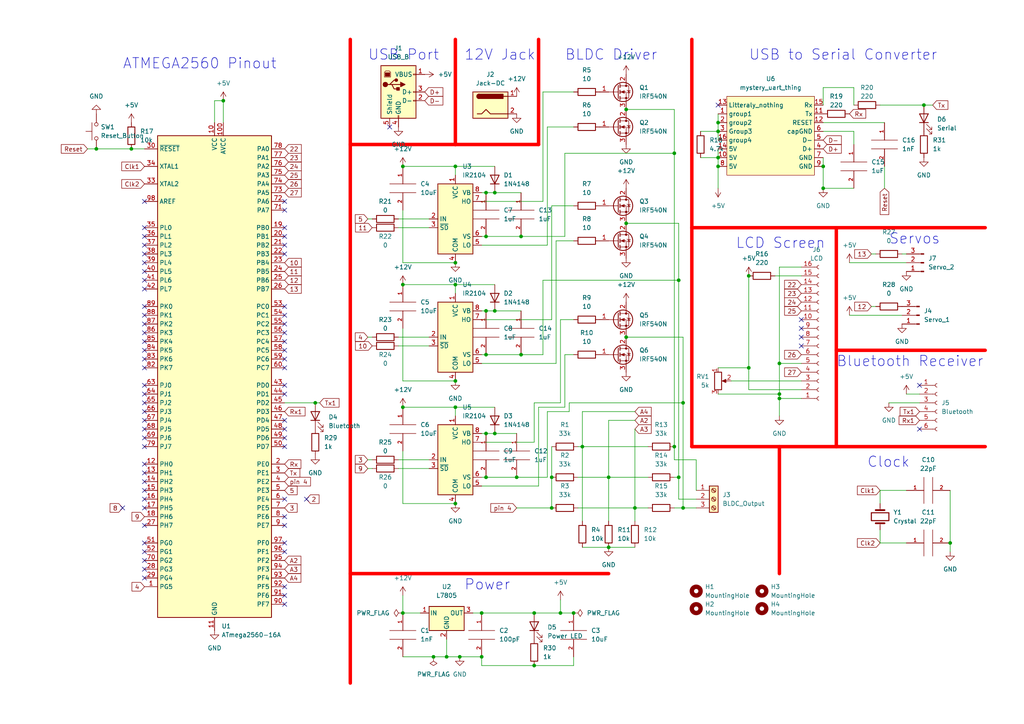
<source format=kicad_sch>
(kicad_sch (version 20211123) (generator eeschema)
  (paper "A4")
  (junction (at 208.28 38.1))
  (junction (at 132.08 82.55))
  (junction (at 154.94 193.04))
  (junction (at 181.61 31.75))
  (junction (at 196.85 138.43))
  (junction (at 27.94 43.18))
  (junction (at 132.08 48.26))
  (junction (at 140.97 102.87))
  (junction (at 160.02 138.43))
  (junction (at 181.61 97.79))
  (junction (at 208.28 35.56))
  (junction (at 143.51 125.73))
  (junction (at 198.12 116.84))
  (junction (at 226.06 115.57))
  (junction (at 64.77 29.21))
  (junction (at 198.12 147.32))
  (junction (at 140.97 68.58))
  (junction (at 129.54 190.5))
  (junction (at 143.51 90.17))
  (junction (at 151.13 102.87))
  (junction (at 116.84 48.26))
  (junction (at 116.84 82.55))
  (junction (at 176.53 158.75))
  (junction (at 160.02 147.32))
  (junction (at 176.53 138.43))
  (junction (at 217.17 80.01))
  (junction (at 226.06 105.41))
  (junction (at 132.08 110.49))
  (junction (at 91.44 116.84))
  (junction (at 168.91 129.54))
  (junction (at 125.73 190.5))
  (junction (at 139.7 177.8))
  (junction (at 133.35 190.5))
  (junction (at 238.76 54.61))
  (junction (at 162.56 177.8))
  (junction (at 132.08 76.2))
  (junction (at 38.1 43.18))
  (junction (at 132.08 146.05))
  (junction (at 226.06 114.3))
  (junction (at 208.28 45.72))
  (junction (at 140.97 138.43))
  (junction (at 184.15 147.32))
  (junction (at 267.97 30.48))
  (junction (at 195.58 129.54))
  (junction (at 275.59 157.48))
  (junction (at 140.97 90.17))
  (junction (at 140.97 55.88))
  (junction (at 195.58 44.45))
  (junction (at 132.08 118.11))
  (junction (at 217.17 106.68))
  (junction (at 196.85 81.28))
  (junction (at 154.94 177.8))
  (junction (at 140.97 125.73))
  (junction (at 151.13 68.58))
  (junction (at 143.51 55.88))
  (junction (at 181.61 64.77))
  (junction (at 139.7 190.5))
  (junction (at 238.76 48.26))
  (junction (at 208.28 48.26))
  (junction (at 166.37 177.8))
  (junction (at 149.86 138.43))
  (junction (at 116.84 118.11))
  (junction (at 116.84 177.8))
  (no_connect (at 41.91 152.4))
  (no_connect (at 208.28 30.48))
  (no_connect (at 41.91 88.9))
  (no_connect (at 82.55 96.52))
  (no_connect (at 82.55 121.92))
  (no_connect (at 41.91 147.32))
  (no_connect (at 35.56 147.32))
  (no_connect (at 41.91 139.7))
  (no_connect (at 41.91 93.98))
  (no_connect (at 41.91 144.78))
  (no_connect (at 41.91 104.14))
  (no_connect (at 41.91 101.6))
  (no_connect (at 82.55 157.48))
  (no_connect (at 82.55 111.76))
  (no_connect (at 82.55 73.66))
  (no_connect (at 82.55 172.72))
  (no_connect (at 82.55 149.86))
  (no_connect (at 41.91 96.52))
  (no_connect (at 82.55 93.98))
  (no_connect (at 266.7 124.46))
  (no_connect (at 266.7 111.76))
  (no_connect (at 41.91 106.68))
  (no_connect (at 41.91 162.56))
  (no_connect (at 41.91 160.02))
  (no_connect (at 41.91 83.82))
  (no_connect (at 82.55 106.68))
  (no_connect (at 82.55 114.3))
  (no_connect (at 41.91 76.2))
  (no_connect (at 41.91 78.74))
  (no_connect (at 41.91 121.92))
  (no_connect (at 41.91 91.44))
  (no_connect (at 82.55 170.18))
  (no_connect (at 41.91 137.16))
  (no_connect (at 41.91 111.76))
  (no_connect (at 41.91 165.1))
  (no_connect (at 41.91 73.66))
  (no_connect (at 41.91 124.46))
  (no_connect (at 82.55 124.46))
  (no_connect (at 41.91 71.12))
  (no_connect (at 82.55 152.4))
  (no_connect (at 82.55 88.9))
  (no_connect (at 88.9 144.78))
  (no_connect (at 82.55 68.58))
  (no_connect (at 82.55 99.06))
  (no_connect (at 41.91 58.42))
  (no_connect (at 82.55 127))
  (no_connect (at 41.91 81.28))
  (no_connect (at 82.55 101.6))
  (no_connect (at 113.03 36.83))
  (no_connect (at 41.91 119.38))
  (no_connect (at 41.91 66.04))
  (no_connect (at 41.91 157.48))
  (no_connect (at 82.55 71.12))
  (no_connect (at 82.55 175.26))
  (no_connect (at 82.55 58.42))
  (no_connect (at 41.91 68.58))
  (no_connect (at 82.55 160.02))
  (no_connect (at 232.41 95.25))
  (no_connect (at 232.41 92.71))
  (no_connect (at 232.41 100.33))
  (no_connect (at 232.41 97.79))
  (no_connect (at 82.55 144.78))
  (no_connect (at 82.55 66.04))
  (no_connect (at 41.91 129.54))
  (no_connect (at 82.55 129.54))
  (no_connect (at 41.91 167.64))
  (no_connect (at 82.55 91.44))
  (no_connect (at 41.91 127))
  (no_connect (at 82.55 60.96))
  (no_connect (at 41.91 134.62))
  (no_connect (at 41.91 116.84))
  (no_connect (at 41.91 142.24))
  (no_connect (at 41.91 99.06))
  (no_connect (at 41.91 114.3))
  (no_connect (at 82.55 104.14))
  (wire (pts (xy 226.06 77.47) (xy 232.41 77.47)))
  (wire (pts (xy 252.73 73.66) (xy 254 73.66)))
  (wire (pts (xy 106.68 63.5) (xy 107.95 63.5)))
  (wire (pts (xy 115.57 97.79) (xy 124.46 97.79)))
  (wire (pts (xy 208.28 43.18) (xy 208.28 45.72)))
  (wire (pts (xy 167.64 138.43) (xy 176.53 138.43)))
  (wire (pts (xy 196.85 64.77) (xy 196.85 81.28)))
  (wire (pts (xy 163.83 44.45) (xy 163.83 68.58)))
  (wire (pts (xy 166.37 92.71) (xy 162.56 92.71)))
  (wire (pts (xy 226.06 115.57) (xy 232.41 115.57)))
  (wire (pts (xy 208.28 35.56) (xy 208.28 38.1)))
  (wire (pts (xy 143.51 118.11) (xy 132.08 118.11)))
  (wire (pts (xy 143.51 55.88) (xy 151.13 55.88)))
  (wire (pts (xy 195.58 129.54) (xy 195.58 44.45)))
  (wire (pts (xy 116.84 130.81) (xy 116.84 146.05)))
  (wire (pts (xy 246.38 91.44) (xy 261.62 91.44)))
  (wire (pts (xy 201.93 144.78) (xy 196.85 144.78)))
  (wire (pts (xy 140.97 138.43) (xy 149.86 138.43)))
  (wire (pts (xy 149.86 147.32) (xy 160.02 147.32)))
  (wire (pts (xy 162.56 116.84) (xy 154.94 116.84)))
  (wire (pts (xy 115.57 63.5) (xy 124.46 63.5)))
  (wire (pts (xy 212.09 110.49) (xy 232.41 110.49)))
  (wire (pts (xy 139.7 71.12) (xy 158.75 71.12)))
  (wire (pts (xy 247.65 38.1) (xy 247.65 41.91)))
  (wire (pts (xy 195.58 44.45) (xy 163.83 44.45)))
  (wire (pts (xy 267.97 30.48) (xy 255.27 30.48)))
  (wire (pts (xy 238.76 45.72) (xy 238.76 48.26)))
  (wire (pts (xy 184.15 147.32) (xy 187.96 147.32)))
  (wire (pts (xy 168.91 119.38) (xy 184.15 119.38)))
  (wire (pts (xy 270.51 30.48) (xy 267.97 30.48)))
  (wire (pts (xy 157.48 26.67) (xy 166.37 26.67)))
  (wire (pts (xy 208.28 45.72) (xy 208.28 48.26)))
  (wire (pts (xy 226.06 115.57) (xy 226.06 114.3)))
  (wire (pts (xy 176.53 138.43) (xy 176.53 121.92)))
  (wire (pts (xy 166.37 69.85) (xy 161.29 69.85)))
  (wire (pts (xy 116.84 82.55) (xy 132.08 82.55)))
  (wire (pts (xy 163.83 102.87) (xy 166.37 102.87)))
  (wire (pts (xy 116.84 110.49) (xy 132.08 110.49)))
  (wire (pts (xy 254 88.9) (xy 252.73 88.9)))
  (wire (pts (xy 181.61 64.77) (xy 196.85 64.77)))
  (wire (pts (xy 165.1 119.38) (xy 165.1 116.84)))
  (wire (pts (xy 139.7 138.43) (xy 140.97 138.43)))
  (wire (pts (xy 115.57 135.89) (xy 124.46 135.89)))
  (wire (pts (xy 27.94 43.18) (xy 38.1 43.18)))
  (wire (pts (xy 167.64 129.54) (xy 168.91 129.54)))
  (wire (pts (xy 64.77 35.56) (xy 64.77 29.21)))
  (wire (pts (xy 132.08 82.55) (xy 132.08 85.09)))
  (wire (pts (xy 116.84 76.2) (xy 132.08 76.2)))
  (wire (pts (xy 226.06 105.41) (xy 226.06 77.47)))
  (wire (pts (xy 238.76 38.1) (xy 247.65 38.1)))
  (wire (pts (xy 163.83 118.11) (xy 163.83 102.87)))
  (wire (pts (xy 217.17 113.03) (xy 217.17 106.68)))
  (wire (pts (xy 168.91 158.75) (xy 176.53 158.75)))
  (polyline (pts (xy 101.6 11.43) (xy 101.6 198.12)) (stroke (width 1) (type solid) (color 255 0 0 1)))
  (wire (pts (xy 262.89 114.3) (xy 266.7 114.3)))
  (wire (pts (xy 163.83 68.58) (xy 151.13 68.58)))
  (wire (pts (xy 106.68 133.35) (xy 107.95 133.35)))
  (wire (pts (xy 275.59 157.48) (xy 275.59 160.02)))
  (wire (pts (xy 167.64 147.32) (xy 184.15 147.32)))
  (wire (pts (xy 154.94 128.27) (xy 139.7 128.27)))
  (wire (pts (xy 208.28 38.1) (xy 208.28 40.64)))
  (polyline (pts (xy 200.66 11.43) (xy 200.66 129.54)) (stroke (width 1) (type solid) (color 255 0 0 1)))
  (wire (pts (xy 162.56 92.71) (xy 162.56 116.84)))
  (wire (pts (xy 158.75 138.43) (xy 158.75 119.38)))
  (wire (pts (xy 226.06 114.3) (xy 226.06 105.41)))
  (wire (pts (xy 184.15 147.32) (xy 184.15 151.13)))
  (wire (pts (xy 275.59 142.24) (xy 275.59 157.48)))
  (wire (pts (xy 143.51 125.73) (xy 149.86 125.73)))
  (wire (pts (xy 143.51 48.26) (xy 132.08 48.26)))
  (wire (pts (xy 157.48 81.28) (xy 196.85 81.28)))
  (wire (pts (xy 198.12 116.84) (xy 198.12 147.32)))
  (wire (pts (xy 176.53 138.43) (xy 187.96 138.43)))
  (wire (pts (xy 116.84 190.5) (xy 125.73 190.5)))
  (wire (pts (xy 226.06 120.65) (xy 226.06 115.57)))
  (wire (pts (xy 139.7 193.04) (xy 139.7 190.5)))
  (wire (pts (xy 151.13 102.87) (xy 157.48 102.87)))
  (wire (pts (xy 116.84 118.11) (xy 132.08 118.11)))
  (wire (pts (xy 64.77 29.21) (xy 62.23 29.21)))
  (polyline (pts (xy 226.06 129.54) (xy 226.06 166.37)) (stroke (width 1) (type solid) (color 255 0 0 1)))
  (wire (pts (xy 196.85 144.78) (xy 196.85 138.43)))
  (wire (pts (xy 106.68 97.79) (xy 107.95 97.79)))
  (wire (pts (xy 106.68 135.89) (xy 107.95 135.89)))
  (wire (pts (xy 154.94 116.84) (xy 154.94 128.27)))
  (polyline (pts (xy 242.57 101.6) (xy 285.75 101.6)) (stroke (width 1) (type solid) (color 255 0 0 1)))
  (wire (pts (xy 139.7 68.58) (xy 140.97 68.58)))
  (wire (pts (xy 161.29 69.85) (xy 161.29 105.41)))
  (wire (pts (xy 238.76 48.26) (xy 238.76 54.61)))
  (wire (pts (xy 157.48 102.87) (xy 157.48 81.28)))
  (wire (pts (xy 198.12 147.32) (xy 195.58 147.32)))
  (wire (pts (xy 143.51 82.55) (xy 132.08 82.55)))
  (wire (pts (xy 161.29 105.41) (xy 139.7 105.41)))
  (wire (pts (xy 140.97 90.17) (xy 143.51 90.17)))
  (wire (pts (xy 262.89 157.48) (xy 255.27 157.48)))
  (wire (pts (xy 208.28 48.26) (xy 208.28 54.61)))
  (wire (pts (xy 195.58 44.45) (xy 195.58 31.75)))
  (wire (pts (xy 257.81 116.84) (xy 266.7 116.84)))
  (wire (pts (xy 160.02 59.69) (xy 160.02 92.71)))
  (wire (pts (xy 261.62 73.66) (xy 262.89 73.66)))
  (wire (pts (xy 132.08 48.26) (xy 132.08 50.8)))
  (wire (pts (xy 201.93 142.24) (xy 201.93 133.35)))
  (wire (pts (xy 208.28 33.02) (xy 208.28 35.56)))
  (wire (pts (xy 116.84 177.8) (xy 116.84 172.72)))
  (wire (pts (xy 162.56 173.99) (xy 162.56 177.8)))
  (wire (pts (xy 116.84 60.96) (xy 116.84 76.2)))
  (wire (pts (xy 139.7 102.87) (xy 140.97 102.87)))
  (wire (pts (xy 139.7 177.8) (xy 137.16 177.8)))
  (wire (pts (xy 38.1 43.18) (xy 41.91 43.18)))
  (wire (pts (xy 168.91 129.54) (xy 187.96 129.54)))
  (wire (pts (xy 246.38 76.2) (xy 262.89 76.2)))
  (wire (pts (xy 176.53 121.92) (xy 184.15 121.92)))
  (wire (pts (xy 262.89 142.24) (xy 255.27 142.24)))
  (wire (pts (xy 196.85 81.28) (xy 196.85 138.43)))
  (polyline (pts (xy 101.6 41.91) (xy 132.08 41.91)) (stroke (width 1) (type solid) (color 255 0 0 1)))
  (wire (pts (xy 132.08 118.11) (xy 132.08 120.65)))
  (wire (pts (xy 116.84 146.05) (xy 132.08 146.05)))
  (wire (pts (xy 224.79 80.01) (xy 232.41 80.01)))
  (wire (pts (xy 139.7 193.04) (xy 154.94 193.04)))
  (wire (pts (xy 154.94 177.8) (xy 162.56 177.8)))
  (wire (pts (xy 198.12 97.79) (xy 198.12 116.84)))
  (wire (pts (xy 201.93 133.35) (xy 195.58 133.35)))
  (wire (pts (xy 176.53 158.75) (xy 184.15 158.75)))
  (polyline (pts (xy 101.6 166.37) (xy 176.53 166.37)) (stroke (width 1) (type solid) (color 255 0 0 1)))
  (wire (pts (xy 238.76 54.61) (xy 247.65 54.61)))
  (wire (pts (xy 198.12 147.32) (xy 201.93 147.32)))
  (polyline (pts (xy 242.57 66.04) (xy 242.57 129.54)) (stroke (width 1) (type solid) (color 255 0 0 1)))
  (wire (pts (xy 154.94 193.04) (xy 166.37 193.04)))
  (wire (pts (xy 195.58 133.35) (xy 195.58 129.54)))
  (wire (pts (xy 217.17 106.68) (xy 217.17 80.01)))
  (wire (pts (xy 226.06 105.41) (xy 232.41 105.41)))
  (wire (pts (xy 139.7 58.42) (xy 157.48 58.42)))
  (wire (pts (xy 139.7 55.88) (xy 140.97 55.88)))
  (wire (pts (xy 238.76 35.56) (xy 256.54 35.56)))
  (wire (pts (xy 139.7 90.17) (xy 140.97 90.17)))
  (wire (pts (xy 160.02 129.54) (xy 160.02 138.43)))
  (wire (pts (xy 149.86 138.43) (xy 158.75 138.43)))
  (wire (pts (xy 208.28 106.68) (xy 217.17 106.68)))
  (wire (pts (xy 115.57 133.35) (xy 124.46 133.35)))
  (polyline (pts (xy 156.21 11.43) (xy 156.21 41.91)) (stroke (width 1) (type solid) (color 255 0 0 1)))
  (polyline (pts (xy 200.66 129.54) (xy 285.75 129.54)) (stroke (width 1) (type solid) (color 255 0 0 1)))
  (wire (pts (xy 25.4 43.18) (xy 27.94 43.18)))
  (wire (pts (xy 208.28 114.3) (xy 226.06 114.3)))
  (wire (pts (xy 158.75 119.38) (xy 165.1 119.38)))
  (polyline (pts (xy 200.66 66.04) (xy 285.75 66.04)) (stroke (width 1) (type solid) (color 255 0 0 1)))
  (wire (pts (xy 91.44 116.84) (xy 82.55 116.84)))
  (wire (pts (xy 166.37 193.04) (xy 166.37 190.5)))
  (wire (pts (xy 232.41 113.03) (xy 217.17 113.03)))
  (polyline (pts (xy 132.08 11.43) (xy 132.08 41.91)) (stroke (width 1) (type solid) (color 255 0 0 1)))
  (wire (pts (xy 168.91 129.54) (xy 168.91 151.13)))
  (wire (pts (xy 116.84 95.25) (xy 116.84 110.49)))
  (wire (pts (xy 176.53 138.43) (xy 176.53 151.13)))
  (wire (pts (xy 116.84 177.8) (xy 121.92 177.8)))
  (wire (pts (xy 156.21 118.11) (xy 163.83 118.11)))
  (wire (pts (xy 168.91 129.54) (xy 168.91 119.38)))
  (wire (pts (xy 158.75 36.83) (xy 166.37 36.83)))
  (wire (pts (xy 140.97 102.87) (xy 151.13 102.87)))
  (wire (pts (xy 247.65 25.4) (xy 238.76 25.4)))
  (wire (pts (xy 140.97 55.88) (xy 143.51 55.88)))
  (wire (pts (xy 116.84 48.26) (xy 132.08 48.26)))
  (wire (pts (xy 62.23 29.21) (xy 62.23 35.56)))
  (wire (pts (xy 203.2 45.72) (xy 208.28 45.72)))
  (wire (pts (xy 247.65 25.4) (xy 247.65 30.48)))
  (wire (pts (xy 166.37 177.8) (xy 162.56 177.8)))
  (wire (pts (xy 125.73 190.5) (xy 129.54 190.5)))
  (wire (pts (xy 181.61 97.79) (xy 198.12 97.79)))
  (wire (pts (xy 184.15 124.46) (xy 184.15 147.32)))
  (wire (pts (xy 181.61 31.75) (xy 195.58 31.75)))
  (wire (pts (xy 139.7 140.97) (xy 156.21 140.97)))
  (wire (pts (xy 143.51 90.17) (xy 151.13 90.17)))
  (wire (pts (xy 156.21 140.97) (xy 156.21 118.11)))
  (wire (pts (xy 129.54 190.5) (xy 133.35 190.5)))
  (wire (pts (xy 255.27 142.24) (xy 255.27 146.05)))
  (wire (pts (xy 158.75 36.83) (xy 158.75 71.12)))
  (wire (pts (xy 92.71 116.84) (xy 91.44 116.84)))
  (wire (pts (xy 166.37 59.69) (xy 160.02 59.69)))
  (wire (pts (xy 165.1 116.84) (xy 198.12 116.84)))
  (wire (pts (xy 133.35 190.5) (xy 139.7 190.5)))
  (wire (pts (xy 129.54 185.42) (xy 129.54 190.5)))
  (polyline (pts (xy 132.08 41.91) (xy 156.21 41.91)) (stroke (width 1) (type solid) (color 255 0 0 1)))
  (wire (pts (xy 139.7 125.73) (xy 140.97 125.73)))
  (wire (pts (xy 160.02 138.43) (xy 160.02 147.32)))
  (wire (pts (xy 115.57 66.04) (xy 124.46 66.04)))
  (wire (pts (xy 196.85 138.43) (xy 195.58 138.43)))
  (wire (pts (xy 160.02 92.71) (xy 139.7 92.71)))
  (wire (pts (xy 157.48 58.42) (xy 157.48 26.67)))
  (wire (pts (xy 238.76 25.4) (xy 238.76 30.48)))
  (wire (pts (xy 139.7 177.8) (xy 154.94 177.8)))
  (wire (pts (xy 203.2 38.1) (xy 208.28 38.1)))
  (wire (pts (xy 140.97 125.73) (xy 143.51 125.73)))
  (wire (pts (xy 140.97 68.58) (xy 151.13 68.58)))
  (wire (pts (xy 115.57 100.33) (xy 124.46 100.33)))
  (wire (pts (xy 256.54 54.61) (xy 256.54 48.26)))
  (wire (pts (xy 255.27 157.48) (xy 255.27 153.67)))
  (text "Clock" (at 251.46 135.89 0) (effects (font (size 3 3)) (justify left bottom)))
  (text "12V Jack" (at 134.62 17.78 0) (effects (font (size 3 3)) (justify left bottom)))
  (text "USB to Serial Converter\n" (at 217.17 17.78 0) (effects (font (size 3 3)) (justify left bottom)))
  (text "Power" (at 134.62 171.45 0) (effects (font (size 3 3)) (justify left bottom)))
  (text "Servos" (at 257.81 71.12 0) (effects (font (size 3 3)) (justify left bottom)))
  (text "USB Port" (at 106.68 17.78 0) (effects (font (size 3 3)) (justify left bottom)))
  (text "ATMEGA2560 Pinout" (at 35.56 20.32 0) (effects (font (size 3 3)) (justify left bottom)))
  (text "LCD Screen" (at 213.36 72.39 0) (effects (font (size 3 3)) (justify left bottom)))
  (text "Bluetooth Receiver" (at 242.57 106.68 0) (effects (font (size 3 3)) (justify left bottom)))
  (text "BLDC Driver" (at 163.83 17.78 0) (effects (font (size 3 3)) (justify left bottom)))
  (global_label "27" (shape input) (at 82.55 55.88 0) (property "Intersheet References" "${INTERSHEET_REFS}" (effects hide)))
  (global_label "22" (shape input) (at 232.41 82.55 180) (property "Intersheet References" "${INTERSHEET_REFS}" (effects hide)))
  (global_label "D+" (shape input) (at 123.19 26.67 0) (property "Intersheet References" "${INTERSHEET_REFS}" (effects hide)))
  (global_label "Reset" (shape input) (at 25.4 43.18 180) (property "Intersheet References" "${INTERSHEET_REFS}" (effects hide)))
  (global_label "10" (shape input) (at 107.95 100.33 180) (property "Intersheet References" "${INTERSHEET_REFS}" (effects hide)))
  (global_label "4" (shape input) (at 41.91 170.18 180) (property "Intersheet References" "${INTERSHEET_REFS}" (effects hide)))
  (global_label "Rx" (shape input) (at 82.55 134.62 0) (property "Intersheet References" "${INTERSHEET_REFS}" (effects hide)))
  (global_label "Clk1" (shape input) (at 255.27 142.24 180) (property "Intersheet References" "${INTERSHEET_REFS}" (effects hide)))
  (global_label "5" (shape input) (at 106.68 63.5 180) (property "Intersheet References" "${INTERSHEET_REFS}" (effects hide)))
  (global_label "Tx1" (shape input) (at 92.71 116.84 0) (property "Intersheet References" "${INTERSHEET_REFS}" (effects hide)))
  (global_label "5" (shape input) (at 82.55 142.24 0) (property "Intersheet References" "${INTERSHEET_REFS}" (effects hide)))
  (global_label "10" (shape input) (at 82.55 76.2 0) (property "Intersheet References" "${INTERSHEET_REFS}" (effects hide)))
  (global_label "Tx" (shape input) (at 270.51 30.48 0) (property "Intersheet References" "${INTERSHEET_REFS}" (effects hide)))
  (global_label "pin 4" (shape input) (at 149.86 147.32 180) (property "Intersheet References" "${INTERSHEET_REFS}" (effects hide)))
  (global_label "23" (shape input) (at 232.41 85.09 180) (property "Intersheet References" "${INTERSHEET_REFS}" (effects hide)))
  (global_label "A4" (shape input) (at 82.55 167.64 0) (property "Intersheet References" "${INTERSHEET_REFS}" (effects hide)))
  (global_label "Clk1" (shape input) (at 41.91 48.26 180) (property "Intersheet References" "${INTERSHEET_REFS}" (effects hide)))
  (global_label "2" (shape input) (at 88.9 144.78 0) (property "Intersheet References" "${INTERSHEET_REFS}" (effects hide)))
  (global_label "Rx1" (shape input) (at 266.7 121.92 180) (property "Intersheet References" "${INTERSHEET_REFS}" (effects hide)))
  (global_label "8" (shape input) (at 35.56 147.32 180) (property "Intersheet References" "${INTERSHEET_REFS}" (effects hide)))
  (global_label "22" (shape input) (at 82.55 43.18 0) (property "Intersheet References" "${INTERSHEET_REFS}" (effects hide)))
  (global_label "A4" (shape input) (at 184.15 119.38 0) (property "Intersheet References" "${INTERSHEET_REFS}" (effects hide)))
  (global_label "9" (shape input) (at 41.91 149.86 180) (property "Intersheet References" "${INTERSHEET_REFS}" (effects hide)))
  (global_label "23" (shape input) (at 82.55 45.72 0) (property "Intersheet References" "${INTERSHEET_REFS}" (effects hide)))
  (global_label "Rx" (shape input) (at 246.38 33.02 0) (property "Intersheet References" "${INTERSHEET_REFS}" (effects hide)))
  (global_label "3" (shape input) (at 82.55 147.32 0) (property "Intersheet References" "${INTERSHEET_REFS}" (effects hide)))
  (global_label "Clk2" (shape input) (at 255.27 157.48 180) (property "Intersheet References" "${INTERSHEET_REFS}" (effects hide)))
  (global_label "27" (shape input) (at 232.41 107.95 180) (property "Intersheet References" "${INTERSHEET_REFS}" (effects hide)))
  (global_label "11" (shape input) (at 107.95 66.04 180) (property "Intersheet References" "${INTERSHEET_REFS}" (effects hide)))
  (global_label "Rx1" (shape input) (at 82.55 119.38 0) (property "Intersheet References" "${INTERSHEET_REFS}" (effects hide)))
  (global_label "A3" (shape input) (at 184.15 124.46 0) (property "Intersheet References" "${INTERSHEET_REFS}" (effects hide)))
  (global_label "D-" (shape input) (at 238.76 40.64 0) (property "Intersheet References" "${INTERSHEET_REFS}" (effects hide)))
  (global_label "26" (shape input) (at 232.41 102.87 180) (property "Intersheet References" "${INTERSHEET_REFS}" (effects hide)))
  (global_label "26" (shape input) (at 82.55 53.34 0) (property "Intersheet References" "${INTERSHEET_REFS}" (effects hide)))
  (global_label "A2" (shape input) (at 184.15 121.92 0) (property "Intersheet References" "${INTERSHEET_REFS}" (effects hide)))
  (global_label "24" (shape input) (at 82.55 48.26 0) (property "Intersheet References" "${INTERSHEET_REFS}" (effects hide)))
  (global_label "13" (shape input) (at 82.55 83.82 0) (property "Intersheet References" "${INTERSHEET_REFS}" (effects hide)))
  (global_label "D+" (shape input) (at 238.76 43.18 0) (property "Intersheet References" "${INTERSHEET_REFS}" (effects hide)))
  (global_label "pin 4" (shape input) (at 82.55 139.7 0) (property "Intersheet References" "${INTERSHEET_REFS}" (effects hide)))
  (global_label "Reset" (shape input) (at 256.54 54.61 270) (property "Intersheet References" "${INTERSHEET_REFS}" (effects hide)))
  (global_label "Tx" (shape input) (at 82.55 137.16 0) (property "Intersheet References" "${INTERSHEET_REFS}" (effects hide)))
  (global_label "11" (shape input) (at 82.55 78.74 0) (property "Intersheet References" "${INTERSHEET_REFS}" (effects hide)))
  (global_label "12" (shape input) (at 252.73 88.9 180) (property "Intersheet References" "${INTERSHEET_REFS}" (effects hide)))
  (global_label "D-" (shape input) (at 123.19 29.21 0) (property "Intersheet References" "${INTERSHEET_REFS}" (effects hide)))
  (global_label "A3" (shape input) (at 82.55 165.1 0) (property "Intersheet References" "${INTERSHEET_REFS}" (effects hide)))
  (global_label "25" (shape input) (at 232.41 90.17 180) (property "Intersheet References" "${INTERSHEET_REFS}" (effects hide)))
  (global_label "9" (shape input) (at 106.68 135.89 180) (property "Intersheet References" "${INTERSHEET_REFS}" (effects hide)))
  (global_label "13" (shape input) (at 252.73 73.66 180) (property "Intersheet References" "${INTERSHEET_REFS}" (effects hide)))
  (global_label "12" (shape input) (at 82.55 81.28 0) (property "Intersheet References" "${INTERSHEET_REFS}" (effects hide)))
  (global_label "25" (shape input) (at 82.55 50.8 0) (property "Intersheet References" "${INTERSHEET_REFS}" (effects hide)))
  (global_label "Tx1" (shape input) (at 266.7 119.38 180) (property "Intersheet References" "${INTERSHEET_REFS}" (effects hide)))
  (global_label "24" (shape input) (at 232.41 87.63 180) (property "Intersheet References" "${INTERSHEET_REFS}" (effects hide)))
  (global_label "Clk2" (shape input) (at 41.91 53.34 180) (property "Intersheet References" "${INTERSHEET_REFS}" (effects hide)))
  (global_label "4" (shape input) (at 106.68 97.79 180) (property "Intersheet References" "${INTERSHEET_REFS}" (effects hide)))
  (global_label "A2" (shape input) (at 82.55 162.56 0) (property "Intersheet References" "${INTERSHEET_REFS}" (effects hide)))
  (global_label "3" (shape input) (at 106.68 133.35 180) (property "Intersheet References" "${INTERSHEET_REFS}" (effects hide)))
  (symbol (lib_id "power:GND") (at 176.53 158.75 0) (unit 1)
    (property "Reference" "#PWR0107" (effects hide))
    (property "Value" "GND" (at 176.53 163.83 0))
  )
  (symbol (lib_id "pspice:CAP") (at 151.13 62.23 0) (unit 1)
    (property "Reference" "C13" (at 156.21 60.9599 0) (effects (justify left)))
    (property "Value" "1uF" (at 156.21 63.4999 0) (effects (justify left)))
    (property "Footprint" "Capacitor_THT:C_Radial_D5.0mm_H11.0mm_P2.00mm" (effects hide))
  )
  (symbol (lib_id "Connector:Conn_01x06_Female") (at 271.78 116.84 0) (unit 1)
    (property "Reference" "J5" (at 273.05 116.8399 0) (effects (justify left)))
    (property "Value" "Bluetooth" (at 273.05 119.3799 0) (effects (justify left)))
    (property "Footprint" "Connector_PinSocket_2.54mm:PinSocket_1x06_P2.54mm_Vertical" (effects hide))
  )
  (symbol (lib_id "pspice:CAP") (at 140.97 132.08 0) (unit 1)
    (property "Reference" "C9" (at 146.05 130.8099 0) (effects (justify left)))
    (property "Value" "1uF" (at 146.05 133.3499 0) (effects (justify left)))
    (property "Footprint" "Capacitor_THT:C_Radial_D5.0mm_H11.0mm_P2.00mm" (effects hide))
  )
  (symbol (lib_id "power:GND") (at 257.81 116.84 0) (unit 1)
    (property "Reference" "#PWR0111" (effects hide))
    (property "Value" "GND" (at 257.81 121.92 0))
  )
  (symbol (lib_id "pspice:CAP") (at 116.84 184.15 0) (unit 1)
    (property "Reference" "C1" (at 121.92 182.8799 0) (effects (justify left)))
    (property "Value" "1nF" (at 121.92 185.4199 0) (effects (justify left)))
    (property "Footprint" "Capacitor_THT:C_Disc_D3.0mm_W2.0mm_P2.50mm" (effects hide))
  )
  (symbol (lib_id "Device:R") (at 184.15 154.94 0) (unit 1)
    (property "Reference" "R12" (at 186.69 153.6699 0) (effects (justify left)))
    (property "Value" "10k" (at 186.69 156.2099 0) (effects (justify left)))
    (property "Footprint" "Resistor_THT:R_Axial_DIN0207_L6.3mm_D2.5mm_P7.62mm_Horizontal" (effects hide))
  )
  (symbol (lib_id "Device:R") (at 220.98 80.01 90) (unit 1)
    (property "Reference" "R16" (at 220.98 73.66 90))
    (property "Value" "220" (at 220.98 76.2 90))
    (property "Footprint" "Resistor_THT:R_Axial_DIN0207_L6.3mm_D2.5mm_P7.62mm_Horizontal" (effects hide))
  )
  (symbol (lib_id "Device:R") (at 170.18 102.87 90) (unit 1)
    (property "Reference" "R10" (at 170.18 96.52 90))
    (property "Value" "10" (at 170.18 99.06 90))
    (property "Footprint" "Resistor_THT:R_Axial_DIN0207_L6.3mm_D2.5mm_P7.62mm_Horizontal" (effects hide))
  )
  (symbol (lib_id "Driver_FET:IR2104") (at 132.08 133.35 0) (unit 1)
    (property "Reference" "U5" (at 134.0994 118.11 0) (effects (justify left)))
    (property "Value" "IR2104" (at 134.0994 120.65 0) (effects (justify left)))
    (property "Footprint" "Package_SO:SOIC-8_3.9x4.9mm_P1.27mm" (effects hide))
    (property "Datasheet" "https://www.infineon.com/dgdl/ir2104.pdf?fileId=5546d462533600a4015355c7c1c31671" (effects hide))
  )
  (symbol (lib_id "Device:R") (at 168.91 154.94 0) (unit 1)
    (property "Reference" "R4" (at 171.45 153.6699 0) (effects (justify left)))
    (property "Value" "10k" (at 171.45 156.2099 0) (effects (justify left)))
    (property "Footprint" "Resistor_THT:R_Axial_DIN0207_L6.3mm_D2.5mm_P7.62mm_Horizontal" (effects hide))
  )
  (symbol (lib_id "Device:R") (at 170.18 26.67 90) (unit 1)
    (property "Reference" "R5" (at 170.18 20.32 90))
    (property "Value" "10" (at 170.18 22.86 90))
    (property "Footprint" "Resistor_THT:R_Axial_DIN0207_L6.3mm_D2.5mm_P7.62mm_Horizontal" (effects hide))
  )
  (symbol (lib_id "power:GND") (at 133.35 190.5 0) (unit 1)
    (property "Reference" "#PWR05" (effects hide))
    (property "Value" "GND" (at 133.35 195.58 0))
  )
  (symbol (lib_id "Device:R") (at 191.77 129.54 90) (unit 1)
    (property "Reference" "R13" (at 191.77 123.19 90))
    (property "Value" "33k" (at 191.77 125.73 90))
    (property "Footprint" "Resistor_THT:R_Axial_DIN0207_L6.3mm_D2.5mm_P7.62mm_Horizontal" (effects hide))
  )
  (symbol (lib_id "Transistor_FET:IRF540N") (at 179.07 59.69 0) (unit 1)
    (property "Reference" "Q3" (at 185.42 58.4199 0) (effects (justify left)))
    (property "Value" "IRF540N" (at 185.42 60.9599 0) (effects (justify left)))
    (property "Footprint" "Package_TO_SOT_THT:TO-220-3_Vertical" (effects hide))
    (property "Datasheet" "http://www.irf.com/product-info/datasheets/data/irf540n.pdf" (effects hide))
  )
  (symbol (lib_id "power:GND") (at 27.94 33.02 180) (unit 1)
    (property "Reference" "#PWR03" (effects hide))
    (property "Value" "GND" (at 27.94 27.94 0))
  )
  (symbol (lib_id "power:GND") (at 149.86 33.02 0) (unit 1)
    (property "Reference" "#PWR07" (effects hide))
    (property "Value" "GND" (at 149.86 38.1 0))
  )
  (symbol (lib_id "Device:R") (at 170.18 92.71 90) (unit 1)
    (property "Reference" "R9" (at 170.18 86.36 90))
    (property "Value" "10" (at 170.18 88.9 90))
    (property "Footprint" "Resistor_THT:R_Axial_DIN0207_L6.3mm_D2.5mm_P7.62mm_Horizontal" (effects hide))
  )
  (symbol (lib_id "Transistor_FET:IRF540N") (at 179.07 26.67 0) (unit 1)
    (property "Reference" "Q1" (at 185.42 25.3999 0) (effects (justify left)))
    (property "Value" "IRF540N" (at 185.42 27.9399 0) (effects (justify left)))
    (property "Footprint" "Package_TO_SOT_THT:TO-220-3_Vertical" (effects hide))
    (property "Datasheet" "http://www.irf.com/product-info/datasheets/data/irf540n.pdf" (effects hide))
  )
  (symbol (lib_id "power:GND") (at 238.76 54.61 0) (unit 1)
    (property "Reference" "#PWR012" (effects hide))
    (property "Value" "GND" (at 238.76 59.69 0))
  )
  (symbol (lib_id "power:GND") (at 262.89 78.74 0) (unit 1)
    (property "Reference" "#PWR0115" (effects hide))
    (property "Value" "GND" (at 262.89 83.82 0))
  )
  (symbol (lib_id "power:GND") (at 226.06 120.65 0) (unit 1)
    (property "Reference" "#PWR0108" (effects hide))
    (property "Value" "GND" (at 226.06 125.73 0))
  )
  (symbol (lib_id "Device:R") (at 154.94 189.23 0) (unit 1)
    (property "Reference" "R30" (at 157.48 187.9599 0) (effects (justify left)))
    (property "Value" "1k" (at 157.48 190.4999 0) (effects (justify left)))
    (property "Footprint" "Resistor_THT:R_Axial_DIN0207_L6.3mm_D2.5mm_P7.62mm_Horizontal" (effects hide))
  )
  (symbol (lib_id "Mechanical:MountingHole") (at 201.93 171.45 0) (unit 1)
    (property "Reference" "H1" (at 204.47 170.1799 0) (effects (justify left)))
    (property "Value" "MountingHole" (at 204.47 172.7199 0) (effects (justify left)))
    (property "Footprint" "MountingHole:MountingHole_5mm_Pad" (effects hide))
  )
  (symbol (lib_id "power:+12V") (at 181.61 87.63 0) (unit 1)
    (property "Reference" "#PWR0117" (effects hide))
    (property "Value" "+12V" (at 181.61 82.55 0))
  )
  (symbol (lib_id "pspice:CAP") (at 149.86 132.08 0) (unit 1)
    (property "Reference" "C12" (at 154.94 130.8099 0) (effects (justify left)))
    (property "Value" "1uF" (at 154.94 133.3499 0) (effects (justify left)))
    (property "Footprint" "Capacitor_THT:C_Radial_D5.0mm_H11.0mm_P2.00mm" (effects hide))
  )
  (symbol (lib_id "Device:R") (at 170.18 69.85 90) (unit 1)
    (property "Reference" "R8" (at 170.18 63.5 90))
    (property "Value" "10" (at 170.18 66.04 90))
    (property "Footprint" "Resistor_THT:R_Axial_DIN0207_L6.3mm_D2.5mm_P7.62mm_Horizontal" (effects hide))
  )
  (symbol (lib_id "Device:R") (at 163.83 129.54 90) (unit 1)
    (property "Reference" "R1" (at 163.83 123.19 90))
    (property "Value" "33k" (at 163.83 125.73 90))
    (property "Footprint" "Resistor_THT:R_Axial_DIN0207_L6.3mm_D2.5mm_P7.62mm_Horizontal" (effects hide))
  )
  (symbol (lib_id "pspice:CAP") (at 269.24 142.24 90) (unit 1)
    (property "Reference" "C10" (at 269.24 133.35 90))
    (property "Value" "22pF" (at 269.24 135.89 90))
    (property "Footprint" "Capacitor_THT:C_Disc_D3.0mm_W2.0mm_P2.50mm" (effects hide))
  )
  (symbol (lib_id "power:+5V") (at 64.77 29.21 0) (unit 1)
    (property "Reference" "#PWR01" (effects hide))
    (property "Value" "+5V" (at 64.77 24.13 0))
  )
  (symbol (lib_id "Device:R") (at 170.18 59.69 90) (unit 1)
    (property "Reference" "R7" (at 170.18 53.34 90))
    (property "Value" "10" (at 170.18 55.88 90))
    (property "Footprint" "Resistor_THT:R_Axial_DIN0207_L6.3mm_D2.5mm_P7.62mm_Horizontal" (effects hide))
  )
  (symbol (lib_id "Device:LED") (at 267.97 34.29 90) (unit 1)
    (property "Reference" "D6" (at 271.78 34.6074 90) (effects (justify right)))
    (property "Value" "Serial" (at 271.78 37.1474 90) (effects (justify right)))
    (property "Footprint" "LED_THT:LED_D3.0mm" (effects hide))
  )
  (symbol (lib_id "Device:R") (at 111.76 97.79 90) (unit 1)
    (property "Reference" "R23" (at 111.76 92.71 90))
    (property "Value" "0" (at 111.76 95.25 90))
    (property "Footprint" "Resistor_THT:R_Axial_DIN0207_L6.3mm_D2.5mm_P7.62mm_Horizontal" (effects hide))
  )
  (symbol (lib_id "Device:R") (at 38.1 39.37 0) (unit 1)
    (property "Reference" "R17" (at 40.64 38.0999 0) (effects (justify left)))
    (property "Value" "10k" (at 40.64 40.6399 0) (effects (justify left)))
    (property "Footprint" "Resistor_THT:R_Axial_DIN0207_L6.3mm_D2.5mm_P7.62mm_Horizontal" (effects hide))
  )
  (symbol (lib_id "Device:R") (at 111.76 135.89 90) (unit 1)
    (property "Reference" "R26" (at 111.76 138.43 90))
    (property "Value" "0" (at 111.76 140.97 90))
    (property "Footprint" "Resistor_THT:R_Axial_DIN0207_L6.3mm_D2.5mm_P7.62mm_Horizontal" (effects hide))
  )
  (symbol (lib_id "power:GND") (at 91.44 132.08 0) (unit 1)
    (property "Reference" "#PWR0124" (effects hide))
    (property "Value" "GND" (at 91.44 137.16 0))
  )
  (symbol (lib_id "power:PWR_FLAG") (at 166.37 177.8 270) (unit 1)
    (property "Reference" "#FLG03" (effects hide))
    (property "Value" "PWR_FLAG" (at 170.18 177.7999 90) (effects (justify left)))
  )
  (symbol (lib_id "Device:R") (at 111.76 100.33 90) (unit 1)
    (property "Reference" "R24" (at 111.76 102.87 90))
    (property "Value" "0" (at 111.76 105.41 90))
    (property "Footprint" "Resistor_THT:R_Axial_DIN0207_L6.3mm_D2.5mm_P7.62mm_Horizontal" (effects hide))
  )
  (symbol (lib_id "Connector:Screw_Terminal_01x03") (at 207.01 144.78 0) (unit 1)
    (property "Reference" "J3" (at 209.55 143.5099 0) (effects (justify left)))
    (property "Value" "BLDC_Output" (at 209.55 146.0499 0) (effects (justify left)))
    (property "Footprint" "Connector_PinSocket_2.54mm:PinSocket_1x03_P2.54mm_Vertical" (effects hide))
  )
  (symbol (lib_id "Device:R") (at 163.83 147.32 90) (unit 1)
    (property "Reference" "R3" (at 163.83 140.97 90))
    (property "Value" "33k" (at 163.83 143.51 90))
    (property "Footprint" "Resistor_THT:R_Axial_DIN0207_L6.3mm_D2.5mm_P7.62mm_Horizontal" (effects hide))
  )
  (symbol (lib_id "Device:R") (at 257.81 88.9 90) (unit 1)
    (property "Reference" "R28" (at 257.81 82.55 90))
    (property "Value" "0" (at 257.81 85.09 90))
    (property "Footprint" "Resistor_THT:R_Axial_DIN0207_L6.3mm_D2.5mm_P7.62mm_Horizontal" (effects hide))
  )
  (symbol (lib_id "Diode:1N4148") (at 143.51 121.92 90) (unit 1)
    (property "Reference" "D3" (at 146.05 120.6499 90) (effects (justify right)))
    (property "Value" "1N4148" (at 146.05 123.1899 90) (effects (justify right)))
    (property "Footprint" "Diode_THT:D_DO-35_SOD27_P7.62mm_Horizontal" (effects hide))
    (property "Datasheet" "https://assets.nexperia.com/documents/data-sheet/1N4148_1N4448.pdf" (effects hide))
  )
  (symbol (lib_id "Device:R") (at 176.53 154.94 0) (unit 1)
    (property "Reference" "R11" (at 179.07 153.6699 0) (effects (justify left)))
    (property "Value" "10k" (at 179.07 156.2099 0) (effects (justify left)))
    (property "Footprint" "Resistor_THT:R_Axial_DIN0207_L6.3mm_D2.5mm_P7.62mm_Horizontal" (effects hide))
  )
  (symbol (lib_id "Transistor_FET:IRF540N") (at 179.07 92.71 0) (unit 1)
    (property "Reference" "Q5" (at 185.42 91.4399 0) (effects (justify left)))
    (property "Value" "IRF540N" (at 185.42 93.9799 0) (effects (justify left)))
    (property "Footprint" "Package_TO_SOT_THT:TO-220-3_Vertical" (effects hide))
    (property "Datasheet" "http://www.irf.com/product-info/datasheets/data/irf540n.pdf" (effects hide))
  )
  (symbol (lib_id "Device:R") (at 163.83 138.43 90) (unit 1)
    (property "Reference" "R2" (at 163.83 132.08 90))
    (property "Value" "33k" (at 163.83 134.62 90))
    (property "Footprint" "Resistor_THT:R_Axial_DIN0207_L6.3mm_D2.5mm_P7.62mm_Horizontal" (effects hide))
  )
  (symbol (lib_id "Connector:Jack-DC") (at 142.24 30.48 0) (unit 1)
    (property "Reference" "J2" (at 142.24 21.59 0))
    (property "Value" "Jack-DC" (at 142.24 24.13 0))
    (property "Footprint" "Connector_BarrelJack:BarrelJack_GCT_DCJ200-10-A_Horizontal" (effects hide))
  )
  (symbol (lib_id "pspice:CAP") (at 116.84 54.61 0) (unit 1)
    (property "Reference" "C4" (at 121.92 53.3399 0) (effects (justify left)))
    (property "Value" "10uF" (at 121.92 55.8799 0) (effects (justify left)))
    (property "Footprint" "Capacitor_THT:C_Radial_D5.0mm_H11.0mm_P2.00mm" (effects hide))
  )
  (symbol (lib_id "pspice:CAP") (at 116.84 88.9 0) (unit 1)
    (property "Reference" "C5" (at 121.92 87.6299 0) (effects (justify left)))
    (property "Value" "10uF" (at 121.92 90.1699 0) (effects (justify left)))
    (property "Footprint" "Capacitor_THT:C_Radial_D5.0mm_H11.0mm_P2.00mm" (effects hide))
  )
  (symbol (lib_id "power:+5V") (at 246.38 91.44 0) (unit 1)
    (property "Reference" "#PWR0112" (effects hide))
    (property "Value" "+5V" (at 246.38 86.36 0))
  )
  (symbol (lib_id "power:+5V") (at 262.89 114.3 0) (unit 1)
    (property "Reference" "#PWR0110" (effects hide))
    (property "Value" "+5V" (at 262.89 109.22 0))
  )
  (symbol (lib_id "pspice:CAP") (at 269.24 157.48 90) (unit 1)
    (property "Reference" "C11" (at 269.24 148.59 90))
    (property "Value" "22pF" (at 269.24 151.13 90))
    (property "Footprint" "Capacitor_THT:C_Disc_D3.0mm_W2.0mm_P2.50mm" (effects hide))
  )
  (symbol (lib_id "pspice:CAP") (at 116.84 124.46 0) (unit 1)
    (property "Reference" "C6" (at 121.92 123.1899 0) (effects (justify left)))
    (property "Value" "10uF" (at 121.92 125.7299 0) (effects (justify left)))
    (property "Footprint" "Capacitor_THT:C_Radial_D5.0mm_H11.0mm_P2.00mm" (effects hide))
  )
  (symbol (lib_id "Mechanical:MountingHole") (at 201.93 176.53 0) (unit 1)
    (property "Reference" "H2" (at 204.47 175.2599 0) (effects (justify left)))
    (property "Value" "MountingHole" (at 204.47 177.7999 0) (effects (justify left)))
    (property "Footprint" "MountingHole:MountingHole_5mm_Pad" (effects hide))
  )
  (symbol (lib_id "power:+12V") (at 181.61 54.61 0) (unit 1)
    (property "Reference" "#PWR0105" (effects hide))
    (property "Value" "+12V" (at 181.61 49.53 0))
  )
  (symbol (lib_id "Device:Crystal") (at 255.27 149.86 90) (unit 1)
    (property "Reference" "Y1" (at 259.08 148.5899 90) (effects (justify right)))
    (property "Value" "Crystal" (at 259.08 151.1299 90) (effects (justify right)))
    (property "Footprint" "Crystal:Crystal_AT310_D3.0mm_L10.0mm_Vertical" (effects hide))
  )
  (symbol (lib_id "Device:R") (at 111.76 66.04 90) (unit 1)
    (property "Reference" "R22" (at 111.76 68.58 90))
    (property "Value" "0" (at 111.76 71.12 90))
    (property "Footprint" "Resistor_THT:R_Axial_DIN0207_L6.3mm_D2.5mm_P7.62mm_Horizontal" (effects hide))
  )
  (symbol (lib_id "Device:R") (at 111.76 63.5 90) (unit 1)
    (property "Reference" "R21" (at 111.76 58.42 90))
    (property "Value" "0" (at 111.76 60.96 90))
    (property "Footprint" "Resistor_THT:R_Axial_DIN0207_L6.3mm_D2.5mm_P7.62mm_Horizontal" (effects hide))
  )
  (symbol (lib_id "Driver_FET:IR2104") (at 132.08 63.5 0) (unit 1)
    (property "Reference" "U3" (at 134.0994 48.26 0) (effects (justify left)))
    (property "Value" "IR2104" (at 134.0994 50.8 0) (effects (justify left)))
    (property "Footprint" "Package_SO:SOIC-8_3.9x4.9mm_P1.27mm" (effects hide))
    (property "Datasheet" "https://www.infineon.com/dgdl/ir2104.pdf?fileId=5546d462533600a4015355c7c1c31671" (effects hide))
  )
  (symbol (lib_id "Mechanical:MountingHole") (at 220.98 171.45 0) (unit 1)
    (property "Reference" "H3" (at 223.52 170.1799 0) (effects (justify left)))
    (property "Value" "MountingHole" (at 223.52 172.7199 0) (effects (justify left)))
    (property "Footprint" "MountingHole:MountingHole_5mm_Pad" (effects hide))
  )
  (symbol (lib_id "power:GND") (at 267.97 45.72 0) (unit 1)
    (property "Reference" "#PWR0125" (effects hide))
    (property "Value" "GND" (at 267.97 50.8 0))
  )
  (symbol (lib_id "power:GND") (at 132.08 146.05 0) (unit 1)
    (property "Reference" "#PWR0103" (effects hide))
    (property "Value" "GND" (at 132.08 151.13 0))
  )
  (symbol (lib_id "power:GND") (at 181.61 41.91 0) (unit 1)
    (property "Reference" "#PWR0104" (effects hide))
    (property "Value" "GND" (at 181.61 46.99 0))
  )
  (symbol (lib_id "MCU_Microchip_ATmega:ATmega2560-16A") (at 62.23 109.22 0) (unit 1)
    (property "Reference" "U1" (at 64.2494 181.61 0) (effects (justify left)))
    (property "Value" "ATmega2560-16A" (at 64.2494 184.15 0) (effects (justify left)))
    (property "Footprint" "custom:ATMEGA2560_breakout_Board_Socket" (effects hide))
    (property "Datasheet" "http://ww1.microchip.com/downloads/en/DeviceDoc/Atmel-2549-8-bit-AVR-Microcontroller-ATmega640-1280-1281-2560-2561_datasheet.pdf" (effects hide))
  )
  (symbol (lib_id "pspice:CAP") (at 140.97 62.23 0) (unit 1)
    (property "Reference" "C7" (at 146.05 60.9599 0) (effects (justify left)))
    (property "Value" "1uF" (at 146.05 63.4999 0) (effects (justify left)))
    (property "Footprint" "Capacitor_THT:C_Radial_D5.0mm_H11.0mm_P2.00mm" (effects hide))
  )
  (symbol (lib_id "pspice:CAP") (at 140.97 96.52 0) (unit 1)
    (property "Reference" "C8" (at 146.05 95.2499 0) (effects (justify left)))
    (property "Value" "1uF" (at 146.05 97.7899 0) (effects (justify left)))
    (property "Footprint" "Capacitor_THT:C_Radial_D5.0mm_H11.0mm_P2.00mm" (effects hide))
  )
  (symbol (lib_id "Device:R") (at 267.97 41.91 0) (unit 1)
    (property "Reference" "R31" (at 270.51 40.6399 0) (effects (justify left)))
    (property "Value" "1k" (at 270.51 43.1799 0) (effects (justify left)))
    (property "Footprint" "Resistor_THT:R_Axial_DIN0207_L6.3mm_D2.5mm_P7.62mm_Horizontal" (effects hide))
  )
  (symbol (lib_id "power:+12V") (at 116.84 118.11 0) (unit 1)
    (property "Reference" "#PWR0123" (effects hide))
    (property "Value" "+12V" (at 116.84 113.03 0))
  )
  (symbol (lib_id "power:+5V") (at 246.38 76.2 0) (unit 1)
    (property "Reference" "#PWR0116" (effects hide))
    (property "Value" "+5V" (at 246.38 71.12 0))
  )
  (symbol (lib_id "Device:R") (at 111.76 133.35 90) (unit 1)
    (property "Reference" "R25" (at 111.76 128.27 90))
    (property "Value" "0" (at 111.76 130.81 90))
    (property "Footprint" "Resistor_THT:R_Axial_DIN0207_L6.3mm_D2.5mm_P7.62mm_Horizontal" (effects hide))
  )
  (symbol (lib_id "Transistor_FET:IRF540N") (at 179.07 36.83 0) (unit 1)
    (property "Reference" "Q2" (at 185.42 35.5599 0) (effects (justify left)))
    (property "Value" "IRF540N" (at 185.42 38.0999 0) (effects (justify left)))
    (property "Footprint" "Package_TO_SOT_THT:TO-220-3_Vertical" (effects hide))
    (property "Datasheet" "http://www.irf.com/product-info/datasheets/data/irf540n.pdf" (effects hide))
  )
  (symbol (lib_id "Device:R_Potentiometer") (at 208.28 110.49 0) (unit 1)
    (property "Reference" "RV1" (at 205.74 109.2199 0) (effects (justify right)))
    (property "Value" "5k" (at 205.74 111.7599 0) (effects (justify right)))
    (property "Footprint" "Potentiometer_THT:Potentiometer_Bourns_3386P_Vertical" (effects hide))
  )
  (symbol (lib_id "Regulator_Linear:L7805") (at 129.54 177.8 0) (unit 1)
    (property "Reference" "U2" (at 129.54 170.18 0))
    (property "Value" "L7805" (at 129.54 172.72 0))
    (property "Footprint" "Package_TO_SOT_THT:TO-220-3_Vertical" (effects hide))
    (property "Datasheet" "http://www.st.com/content/ccc/resource/technical/document/datasheet/41/4f/b3/b0/12/d4/47/88/CD00000444.pdf/files/CD00000444.pdf/jcr:content/translations/en.CD00000444.pdf" (effects hide))
  )
  (symbol (lib_id "power:+5V") (at 123.19 21.59 270) (unit 1)
    (property "Reference" "#PWR010" (effects hide))
    (property "Value" "+5V" (at 127 21.5899 90) (effects (justify left)))
  )
  (symbol (lib_id "power:+12V") (at 116.84 82.55 0) (unit 1)
    (property "Reference" "#PWR0122" (effects hide))
    (property "Value" "+12V" (at 116.84 77.47 0))
  )
  (symbol (lib_id "pspice:CAP") (at 151.13 96.52 0) (unit 1)
    (property "Reference" "C14" (at 156.21 95.2499 0) (effects (justify left)))
    (property "Value" "1uF" (at 156.21 97.7899 0) (effects (justify left)))
    (property "Footprint" "Capacitor_THT:C_Radial_D5.0mm_H11.0mm_P2.00mm" (effects hide))
  )
  (symbol (lib_id "Diode:1N4148") (at 143.51 52.07 90) (unit 1)
    (property "Reference" "D1" (at 146.05 50.7999 90) (effects (justify right)))
    (property "Value" "1N4148" (at 146.05 53.3399 90) (effects (justify right)))
    (property "Footprint" "Diode_THT:D_DO-35_SOD27_P7.62mm_Horizontal" (effects hide))
    (property "Datasheet" "https://assets.nexperia.com/documents/data-sheet/1N4148_1N4448.pdf" (effects hide))
  )
  (symbol (lib_id "Transistor_FET:IRF540N") (at 179.07 69.85 0) (unit 1)
    (property "Reference" "Q4" (at 185.42 68.5799 0) (effects (justify left)))
    (property "Value" "IRF540N" (at 185.42 71.1199 0) (effects (justify left)))
    (property "Footprint" "Package_TO_SOT_THT:TO-220-3_Vertical" (effects hide))
    (property "Datasheet" "http://www.irf.com/product-info/datasheets/data/irf540n.pdf" (effects hide))
  )
  (symbol (lib_id "Connector:Conn_01x03_Male") (at 267.97 76.2 180) (unit 1)
    (property "Reference" "J7" (at 269.24 74.9299 0) (effects (justify right)))
    (property "Value" "Servo_2" (at 269.24 77.4699 0) (effects (justify right)))
    (property "Footprint" "Connector_PinHeader_2.54mm:PinHeader_1x03_P2.54mm_Vertical" (effects hide))
  )
  (symbol (lib_id "power:GND") (at 132.08 76.2 0) (unit 1)
    (property "Reference" "#PWR0102" (effects hide))
    (property "Value" "GND" (at 132.08 81.28 0))
  )
  (symbol (lib_id "power:GND") (at 62.23 182.88 0) (unit 1)
    (property "Reference" "#PWR0120" (effects hide))
    (property "Value" "GND" (at 62.23 187.96 0))
  )
  (symbol (lib_id "power:+5V") (at 38.1 35.56 0) (unit 1)
    (property "Reference" "#PWR04" (effects hide))
    (property "Value" "+5V" (at 38.1 30.48 0))
  )
  (symbol (lib_id "Driver_FET:IR2104") (at 132.08 97.79 0) (unit 1)
    (property "Reference" "U4" (at 134.0994 82.55 0) (effects (justify left)))
    (property "Value" "IR2104" (at 134.0994 85.09 0) (effects (justify left)))
    (property "Footprint" "Package_SO:SOIC-8_3.9x4.9mm_P1.27mm" (effects hide))
    (property "Datasheet" "https://www.infineon.com/dgdl/ir2104.pdf?fileId=5546d462533600a4015355c7c1c31671" (effects hide))
  )
  (symbol (lib_id "Connector:Conn_01x16_Female") (at 237.49 97.79 0) (mirror x) (unit 1)
    (property "Reference" "J6" (at 236.855 72.39 0))
    (property "Value" "LCD" (at 236.855 74.93 0))
    (property "Footprint" "Display:WC1602A" (effects hide))
  )
  (symbol (lib_id "pspice:CAP") (at 166.37 184.15 0) (unit 1)
    (property "Reference" "C3" (at 171.45 182.8799 0) (effects (justify left)))
    (property "Value" "10uF" (at 171.45 185.4199 0) (effects (justify left)))
    (property "Footprint" "Capacitor_THT:C_Radial_D5.0mm_H11.0mm_P2.00mm" (effects hide))
  )
  (symbol (lib_id "pspice:CAP") (at 139.7 184.15 0) (unit 1)
    (property "Reference" "C2" (at 144.78 182.8799 0) (effects (justify left)))
    (property "Value" "100pF" (at 144.78 185.4199 0) (effects (justify left)))
    (property "Footprint" "Capacitor_THT:C_Disc_D3.0mm_W2.0mm_P2.50mm" (effects hide))
  )
  (symbol (lib_id "power:+5V") (at 208.28 54.61 180) (unit 1)
    (property "Reference" "#PWR011" (effects hide))
    (property "Value" "+5V" (at 208.28 59.69 0))
  )
  (symbol (lib_id "Mechanical:MountingHole") (at 220.98 176.53 0) (unit 1)
    (property "Reference" "H4" (at 223.52 175.2599 0) (effects (justify left)))
    (property "Value" "MountingHole" (at 223.52 177.7999 0) (effects (justify left)))
    (property "Footprint" "MountingHole:MountingHole_5mm_Pad" (effects hide))
  )
  (symbol (lib_id "power:+12V") (at 116.84 172.72 0) (unit 1)
    (property "Reference" "#PWR02" (effects hide))
    (property "Value" "+12V" (at 116.84 167.64 0))
  )
  (symbol (lib_id "Device:R") (at 242.57 33.02 90) (unit 1)
    (property "Reference" "R19" (at 242.57 27.94 90))
    (property "Value" "220" (at 242.57 30.48 90))
    (property "Footprint" "Resistor_THT:R_Axial_DIN0207_L6.3mm_D2.5mm_P7.62mm_Horizontal" (effects hide))
  )
  (symbol (lib_id "Device:R") (at 257.81 73.66 90) (unit 1)
    (property "Reference" "R27" (at 257.81 67.31 90))
    (property "Value" "0" (at 257.81 69.85 90))
    (property "Footprint" "Resistor_THT:R_Axial_DIN0207_L6.3mm_D2.5mm_P7.62mm_Horizontal" (effects hide))
  )
  (symbol (lib_id "Device:R") (at 203.2 41.91 0) (unit 1)
    (property "Reference" "R18" (at 205.74 40.6399 0) (effects (justify left)))
    (property "Value" "4.7k" (at 205.74 43.1799 0) (effects (justify left)))
    (property "Footprint" "Resistor_THT:R_Axial_DIN0207_L6.3mm_D2.5mm_P7.62mm_Horizontal" (effects hide))
  )
  (symbol (lib_id "power:GND") (at 115.57 36.83 0) (unit 1)
    (property "Reference" "#PWR09" (effects hide))
    (property "Value" "GND" (at 115.57 41.91 0))
  )
  (symbol (lib_id "power:+5V") (at 217.17 80.01 0) (unit 1)
    (property "Reference" "#PWR0114" (effects hide))
    (property "Value" "+5V" (at 217.17 74.93 0))
  )
  (symbol (lib_id "power:+12V") (at 181.61 21.59 0) (unit 1)
    (property "Reference" "#PWR0106" (effects hide))
    (property "Value" "+12V" (at 181.61 16.51 0))
  )
  (symbol (lib_id "Connector:Conn_01x03_Male") (at 266.7 91.44 180) (unit 1)
    (property "Reference" "J4" (at 267.97 90.1699 0) (effects (justify right)))
    (property "Value" "Servo_1" (at 267.97 92.7099 0) (effects (justify right)))
    (property "Footprint" "Connector_PinHeader_2.54mm:PinHeader_1x03_P2.54mm_Vertical" (effects hide))
  )
  (symbol (lib_id "pspice:CAP") (at 247.65 48.26 0) (unit 1)
    (property "Reference" "C15" (at 252.73 46.9899 0) (effects (justify left)))
    (property "Value" "1uF" (at 252.73 49.5299 0) (effects (justify left)))
    (property "Footprint" "Capacitor_THT:C_Radial_D5.0mm_H11.0mm_P2.00mm" (effects hide))
  )
  (symbol (lib_id "power:GND") (at 132.08 110.49 0) (unit 1)
    (property "Reference" "#PWR0101" (effects hide))
    (property "Value" "GND" (at 132.08 115.57 0))
  )
  (symbol (lib_id "power:GND") (at 181.61 74.93 0) (unit 1)
    (property "Reference" "#PWR0118" (effects hide))
    (property "Value" "GND" (at 181.61 80.01 0))
  )
  (symbol (lib_id "power:+12V") (at 149.86 27.94 0) (unit 1)
    (property "Reference" "#PWR06" (effects hide))
    (property "Value" "+12V" (at 149.86 22.86 0))
  )
  (symbol (lib_id "Device:LED") (at 154.94 181.61 90) (unit 1)
    (property "Reference" "D5" (at 158.75 181.9274 90) (effects (justify right)))
    (property "Value" "Power LED" (at 158.75 184.4674 90) (effects (justify right)))
    (property "Footprint" "LED_THT:LED_D3.0mm" (effects hide))
  )
  (symbol (lib_id "power:+5V") (at 162.56 173.99 0) (unit 1)
    (property "Reference" "#PWR08" (effects hide))
    (property "Value" "+5V" (at 162.56 168.91 0))
  )
  (symbol (lib_id "pspice:CAP") (at 256.54 41.91 0) (unit 1)
    (property "Reference" "C16" (at 261.62 40.6399 0) (effects (justify left)))
    (property "Value" "1nF" (at 261.62 43.1799 0) (effects (justify left)))
    (property "Footprint" "Capacitor_THT:C_Disc_D3.0mm_W2.0mm_P2.50mm" (effects hide))
  )
  (symbol (lib_id "Switch:SW_Push") (at 27.94 38.1 90) (unit 1)
    (property "Reference" "SW1" (at 29.21 36.8299 90) (effects (justify right)))
    (property "Value" "Reset_Button" (at 29.21 39.3699 90) (effects (justify right)))
    (property "Footprint" "Button_Switch_THT:SW_PUSH_6mm_H4.3mm" (effects hide))
  )
  (symbol (lib_id "Device:R") (at 91.44 128.27 0) (unit 1)
    (property "Reference" "R29" (at 93.98 126.9999 0) (effects (justify left)))
    (property "Value" "1k" (at 93.98 129.5399 0) (effects (justify left)))
    (property "Footprint" "Resistor_THT:R_Axial_DIN0207_L6.3mm_D2.5mm_P7.62mm_Horizontal" (effects hide))
  )
  (symbol (lib_id "Custom:mystery_uart_thing") (at 223.52 39.37 0) (unit 1)
    (property "Reference" "U6" (at 223.52 22.86 0))
    (property "Value" "mystery_uart_thing" (at 223.52 25.4 0))
    (property "Footprint" "Package_SO:SOP-16_3.9x9.9mm_P1.27mm" (effects hide))
  )
  (symbol (lib_id "power:PWR_FLAG") (at 125.73 190.5 180) (unit 1)
    (property "Reference" "#FLG02" (effects hide))
    (property "Value" "PWR_FLAG" (at 125.73 195.58 0))
  )
  (symbol (lib_id "power:PWR_FLAG") (at 116.84 177.8 90) (unit 1)
    (property "Reference" "#FLG01" (effects hide))
    (property "Value" "PWR_FLAG" (at 113.03 177.7999 90) (effects (justify left)))
  )
  (symbol (lib_id "Transistor_FET:IRF540N") (at 179.07 102.87 0) (unit 1)
    (property "Reference" "Q6" (at 185.42 101.5999 0) (effects (justify left)))
    (property "Value" "IRF540N" (at 185.42 104.1399 0) (effects (justify left)))
    (property "Footprint" "Package_TO_SOT_THT:TO-220-3_Vertical" (effects hide))
    (property "Datasheet" "http://www.irf.com/product-info/datasheets/data/irf540n.pdf" (effects hide))
  )
  (symbol (lib_id "Device:R") (at 170.18 36.83 90) (unit 1)
    (property "Reference" "R6" (at 170.18 30.48 90))
    (property "Value" "10" (at 170.18 33.02 90))
    (property "Footprint" "Resistor_THT:R_Axial_DIN0207_L6.3mm_D2.5mm_P7.62mm_Horizontal" (effects hide))
  )
  (symbol (lib_id "Diode:1N4148") (at 143.51 86.36 90) (unit 1)
    (property "Reference" "D2" (at 146.05 85.0899 90) (effects (justify right)))
    (property "Value" "1N4148" (at 146.05 87.6299 90) (effects (justify right)))
    (property "Footprint" "Diode_THT:D_DO-35_SOD27_P7.62mm_Horizontal" (effects hide))
    (property "Datasheet" "https://assets.nexperia.com/documents/data-sheet/1N4148_1N4448.pdf" (effects hide))
  )
  (symbol (lib_id "power:GND") (at 275.59 160.02 0) (unit 1)
    (property "Reference" "#PWR0109" (effects hide))
    (property "Value" "GND" (at 275.59 165.1 0))
  )
  (symbol (lib_id "Connector:USB_B") (at 115.57 26.67 0) (unit 1)
    (property "Reference" "J1" (at 115.57 13.97 0))
    (property "Value" "USB_B" (at 115.57 16.51 0))
    (property "Footprint" "Connector_USB:USB_B_Lumberg_2411_02_Horizontal" (effects hide))
    (property "Datasheet" " ~" (effects hide))
  )
  (symbol (lib_id "power:GND") (at 181.61 107.95 0) (unit 1)
    (property "Reference" "#PWR0119" (effects hide))
    (property "Value" "GND" (at 181.61 113.03 0))
  )
  (symbol (lib_id "Device:R") (at 191.77 138.43 90) (unit 1)
    (property "Reference" "R14" (at 191.77 132.08 90))
    (property "Value" "33k" (at 191.77 134.62 90))
    (property "Footprint" "Resistor_THT:R_Axial_DIN0207_L6.3mm_D2.5mm_P7.62mm_Horizontal" (effects hide))
  )
  (symbol (lib_id "Device:R") (at 191.77 147.32 90) (unit 1)
    (property "Reference" "R15" (at 191.77 140.97 90))
    (property "Value" "33k" (at 191.77 143.51 90))
    (property "Footprint" "Resistor_THT:R_Axial_DIN0207_L6.3mm_D2.5mm_P7.62mm_Horizontal" (effects hide))
  )
  (symbol (lib_id "Device:LED") (at 91.44 120.65 90) (unit 1)
    (property "Reference" "D4" (at 95.25 120.9674 90) (effects (justify right)))
    (property "Value" "Bluetooth" (at 95.25 123.5074 90) (effects (justify right)))
    (property "Footprint" "LED_THT:LED_D3.0mm" (effects hide))
  )
  (symbol (lib_id "power:+12V") (at 116.84 48.26 0) (unit 1)
    (property "Reference" "#PWR0121" (effects hide))
    (property "Value" "+12V" (at 116.84 43.18 0))
  )
  (symbol (lib_id "power:GND") (at 261.62 93.98 0) (unit 1)
    (property "Reference" "#PWR0113" (effects hide))
    (property "Value" "GND" (at 261.62 99.06 0))
  )
  (symbol (lib_id "Device:R") (at 251.46 30.48 90) (unit 1)
    (property "Reference" "R20" (at 251.46 25.4 90))
    (property "Value" "220" (at 251.46 27.94 90))
    (property "Footprint" "Resistor_THT:R_Axial_DIN0207_L6.3mm_D2.5mm_P7.62mm_Horizontal" (effects hide))
  )
)
</source>
